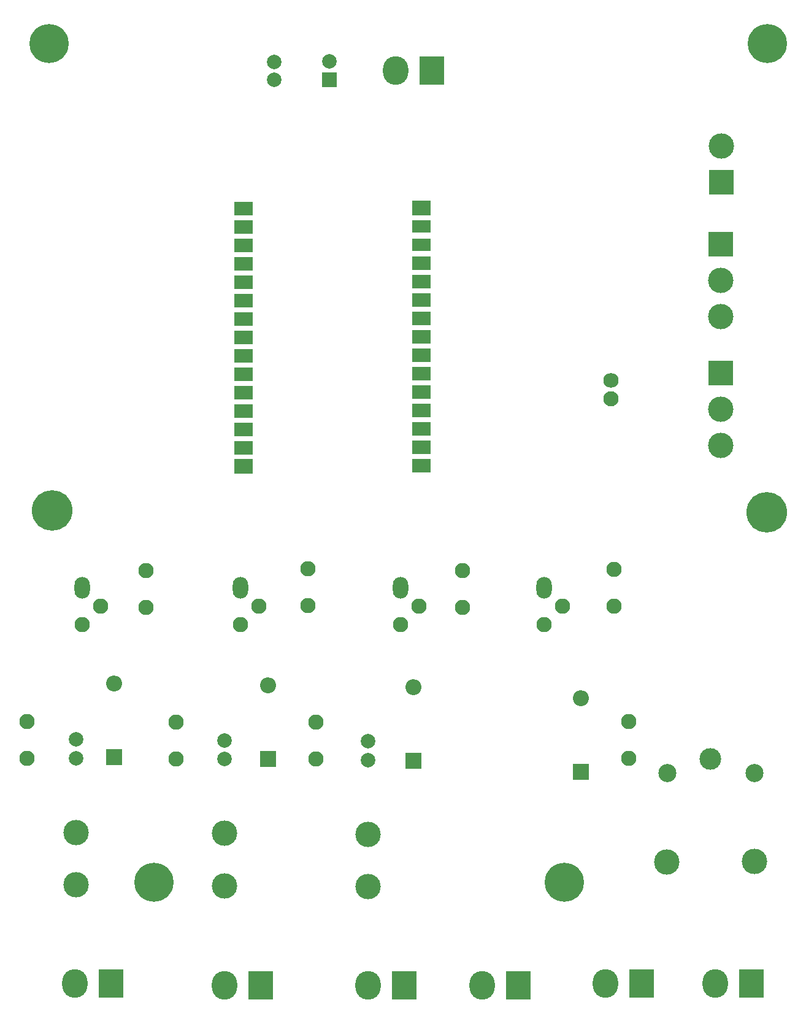
<source format=gbr>
%TF.GenerationSoftware,KiCad,Pcbnew,7.0.3*%
%TF.CreationDate,2023-06-20T18:43:10-05:00*%
%TF.ProjectId,intregration1,696e7472-6567-4726-9174-696f6e312e6b,rev?*%
%TF.SameCoordinates,Original*%
%TF.FileFunction,Soldermask,Bot*%
%TF.FilePolarity,Negative*%
%FSLAX46Y46*%
G04 Gerber Fmt 4.6, Leading zero omitted, Abs format (unit mm)*
G04 Created by KiCad (PCBNEW 7.0.3) date 2023-06-20 18:43:10*
%MOMM*%
%LPD*%
G01*
G04 APERTURE LIST*
%ADD10C,2.125000*%
%ADD11O,2.125000X2.125000*%
%ADD12C,2.100000*%
%ADD13O,2.125000X2.000000*%
%ADD14R,2.200000X2.200000*%
%ADD15O,2.200000X2.200000*%
%ADD16R,3.500000X3.960000*%
%ADD17O,3.500000X3.960000*%
%ADD18C,5.600000*%
%ADD19R,3.500000X3.500000*%
%ADD20C,3.500000*%
%ADD21C,5.400000*%
%ADD22C,2.000000*%
%ADD23R,2.540000X2.000000*%
%ADD24R,2.540000X1.950000*%
%ADD25O,2.125000X3.000000*%
%ADD26R,2.540000X2.100000*%
%ADD27R,2.540000X1.740000*%
%ADD28C,3.000000*%
%ADD29C,2.500000*%
%ADD30R,2.000000X2.000000*%
G04 APERTURE END LIST*
D10*
%TO.C,R6*%
X50800000Y-130252000D03*
D11*
X50800000Y-125172000D03*
%TD*%
D12*
%TO.C,R1*%
X131445000Y-80607500D03*
D13*
X131445000Y-78067500D03*
%TD*%
D14*
%TO.C,D2*%
X104140000Y-130556000D03*
D15*
X104140000Y-120396000D03*
%TD*%
D10*
%TO.C,R2*%
X67230000Y-104317000D03*
D11*
X67230000Y-109397000D03*
%TD*%
D16*
%TO.C,J_fan1*%
X62404000Y-161290000D03*
D17*
X57404000Y-161290000D03*
%TD*%
D16*
%TO.C,5V1*%
X106717000Y-35352000D03*
D17*
X101717000Y-35352000D03*
%TD*%
D10*
%TO.C,R5*%
X131826000Y-104190000D03*
D11*
X131826000Y-109270000D03*
%TD*%
D16*
%TO.C,J_LOAD2*%
X135665000Y-161290000D03*
D17*
X130665000Y-161290000D03*
%TD*%
D18*
%TO.C,H6*%
X54250000Y-96012000D03*
%TD*%
D19*
%TO.C,J2*%
X146577500Y-59277500D03*
D20*
X146577500Y-64277500D03*
X146577500Y-69277500D03*
%TD*%
D21*
%TO.C,H2*%
X153035000Y-31623000D03*
%TD*%
D22*
%TO.C,C2*%
X84953000Y-36602000D03*
X84953000Y-34102000D03*
%TD*%
D19*
%TO.C,J1*%
X146577500Y-77057500D03*
D20*
X146577500Y-82057500D03*
X146577500Y-87057500D03*
%TD*%
D16*
%TO.C,J_AC_INPUT1*%
X118618000Y-161544000D03*
D17*
X113618000Y-161544000D03*
%TD*%
D16*
%TO.C,J_LOAD1*%
X150825000Y-161290000D03*
D17*
X145825000Y-161290000D03*
%TD*%
D23*
%TO.C,J_esp1*%
X80674500Y-89962000D03*
D24*
X80674500Y-87422000D03*
X80674500Y-84882000D03*
X80674500Y-82342000D03*
X80674500Y-79802000D03*
X80674500Y-77262000D03*
X80674500Y-74722000D03*
X80674500Y-72182000D03*
X80674500Y-69642000D03*
X80674500Y-67102000D03*
X80674500Y-64562000D03*
X80674500Y-62022000D03*
X80674500Y-59482000D03*
X80674500Y-56942000D03*
X80674500Y-54402000D03*
%TD*%
D25*
%TO.C,Q2*%
X102362000Y-106680000D03*
D11*
X104902000Y-109220000D03*
X102362000Y-111760000D03*
%TD*%
D19*
%TO.C,J4*%
X146685000Y-50720000D03*
D20*
X146685000Y-45720000D03*
%TD*%
D14*
%TO.C,D3*%
X84074000Y-130302000D03*
D15*
X84074000Y-120142000D03*
%TD*%
D26*
%TO.C,J_esp0*%
X105215000Y-54323000D03*
D27*
X105215000Y-56863000D03*
X105215000Y-59403000D03*
D24*
X105215000Y-61943000D03*
X105215000Y-64483000D03*
X105215000Y-67023000D03*
X105215000Y-69563000D03*
X105215000Y-72103000D03*
X105215000Y-74643000D03*
X105215000Y-77183000D03*
X105215000Y-79723000D03*
X105215000Y-82263000D03*
X105215000Y-84803000D03*
X105215000Y-87343000D03*
X105215000Y-89883000D03*
%TD*%
D20*
%TO.C,U_wpump1*%
X97870000Y-140716000D03*
X97870000Y-147955000D03*
D22*
X97870000Y-130470000D03*
X97870000Y-127889000D03*
%TD*%
D10*
%TO.C,R3*%
X110918000Y-104317000D03*
D11*
X110918000Y-109397000D03*
%TD*%
D16*
%TO.C,J_oxygen1*%
X83058000Y-161544000D03*
D17*
X78058000Y-161544000D03*
%TD*%
D21*
%TO.C,H1*%
X53875000Y-31623000D03*
%TD*%
D25*
%TO.C,Q1*%
X58420000Y-106680000D03*
D11*
X60960000Y-109220000D03*
X58420000Y-111760000D03*
%TD*%
D14*
%TO.C,D4*%
X127254000Y-132080000D03*
D15*
X127254000Y-121920000D03*
%TD*%
D14*
%TO.C,D1*%
X62861000Y-130048000D03*
D15*
X62861000Y-119888000D03*
%TD*%
D21*
%TO.C,H3*%
X68326000Y-147320000D03*
%TD*%
D28*
%TO.C,K_LIGHTS1*%
X145141000Y-130326000D03*
D29*
X151191000Y-132276000D03*
D20*
X151191000Y-144476000D03*
X139141000Y-144526000D03*
D29*
X139191000Y-132276000D03*
%TD*%
D16*
%TO.C,J_wpump1*%
X102870000Y-161544000D03*
D17*
X97870000Y-161544000D03*
%TD*%
D30*
%TO.C,C1*%
X92573000Y-36557113D03*
D22*
X92573000Y-34057113D03*
%TD*%
D25*
%TO.C,Q3*%
X80264000Y-106680000D03*
D11*
X82804000Y-109220000D03*
X80264000Y-111760000D03*
%TD*%
D21*
%TO.C,H4*%
X124968000Y-147320000D03*
%TD*%
D10*
%TO.C,R7*%
X90678000Y-130295750D03*
D11*
X90678000Y-125215750D03*
%TD*%
D20*
%TO.C,U_oxygen1*%
X78058000Y-140589000D03*
X78058000Y-147828000D03*
D22*
X78058000Y-130343000D03*
X78058000Y-127762000D03*
%TD*%
D10*
%TO.C,R4*%
X89582000Y-104063000D03*
D11*
X89582000Y-109143000D03*
%TD*%
D10*
%TO.C,R9*%
X133858000Y-130252000D03*
D11*
X133858000Y-125172000D03*
%TD*%
D25*
%TO.C,Q4*%
X122174000Y-106680000D03*
D11*
X124714000Y-109220000D03*
X122174000Y-111760000D03*
%TD*%
D18*
%TO.C,H5*%
X152935000Y-96266000D03*
%TD*%
D20*
%TO.C,U_fan1*%
X57607000Y-140462000D03*
X57607000Y-147701000D03*
D22*
X57607000Y-130216000D03*
X57607000Y-127635000D03*
%TD*%
D10*
%TO.C,R8*%
X71374000Y-130295750D03*
D11*
X71374000Y-125215750D03*
%TD*%
M02*

</source>
